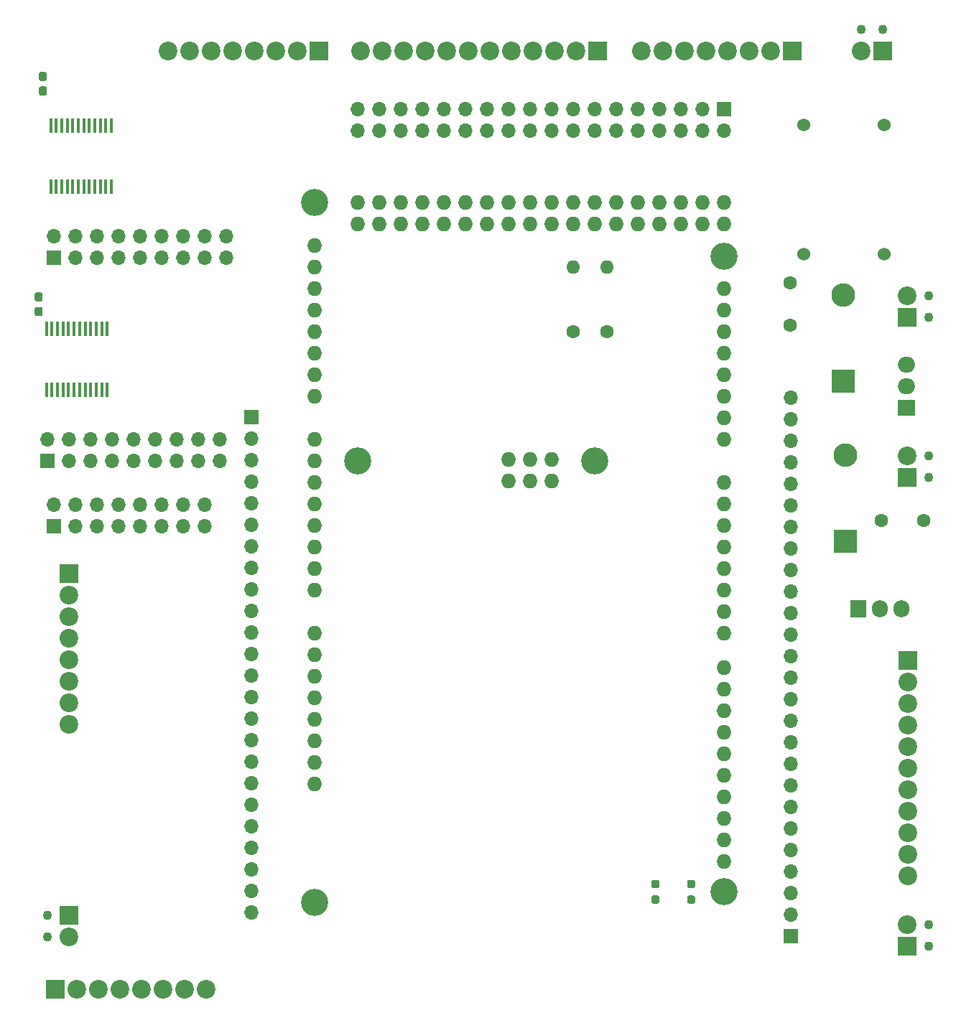
<source format=gbr>
%TF.GenerationSoftware,KiCad,Pcbnew,5.1.10-1.fc34*%
%TF.CreationDate,2021-08-02T19:45:02+02:00*%
%TF.ProjectId,domo_pool_hard,646f6d6f-5f70-46f6-9f6c-5f686172642e,rev?*%
%TF.SameCoordinates,Original*%
%TF.FileFunction,Soldermask,Top*%
%TF.FilePolarity,Negative*%
%FSLAX46Y46*%
G04 Gerber Fmt 4.6, Leading zero omitted, Abs format (unit mm)*
G04 Created by KiCad (PCBNEW 5.1.10-1.fc34) date 2021-08-02 19:45:02*
%MOMM*%
%LPD*%
G01*
G04 APERTURE LIST*
%ADD10O,1.727200X1.727200*%
%ADD11C,3.200000*%
%ADD12O,1.700000X1.700000*%
%ADD13R,1.700000X1.700000*%
%ADD14R,0.450000X1.750000*%
%ADD15C,1.524000*%
%ADD16O,1.600000X1.600000*%
%ADD17C,1.600000*%
%ADD18O,1.905000X2.000000*%
%ADD19R,1.905000X2.000000*%
%ADD20O,2.000000X1.905000*%
%ADD21R,2.000000X1.905000*%
%ADD22C,2.200000*%
%ADD23R,2.200000X2.200000*%
%ADD24C,1.100000*%
%ADD25O,2.800000X2.800000*%
%ADD26R,2.800000X2.800000*%
G04 APERTURE END LIST*
D10*
%TO.C,XA1*%
X94480000Y-112373000D03*
X71620000Y-79480000D03*
X71620000Y-82020000D03*
X74160000Y-79480000D03*
X74160000Y-82020000D03*
X76700000Y-79480000D03*
X76700000Y-82020000D03*
X79240000Y-79480000D03*
X79240000Y-82020000D03*
X81780000Y-79480000D03*
X81780000Y-82020000D03*
X84320000Y-79480000D03*
X84320000Y-82020000D03*
X86860000Y-79480000D03*
X86860000Y-82020000D03*
X89400000Y-79480000D03*
X89400000Y-82020000D03*
X91940000Y-79480000D03*
X91940000Y-82020000D03*
X94480000Y-79480000D03*
X94480000Y-82020000D03*
X97020000Y-79480000D03*
X97020000Y-82020000D03*
X99560000Y-79480000D03*
X99560000Y-82020000D03*
X102100000Y-79480000D03*
X102100000Y-82020000D03*
X104640000Y-79480000D03*
X104640000Y-82020000D03*
X107180000Y-79480000D03*
X107180000Y-82020000D03*
X109720000Y-79480000D03*
X109720000Y-82020000D03*
X112260000Y-79480000D03*
X112260000Y-82020000D03*
X114800000Y-79480000D03*
X114800000Y-82020000D03*
X66540000Y-84560000D03*
X66540000Y-87100000D03*
X66540000Y-89640000D03*
X66540000Y-92180000D03*
X66540000Y-94720000D03*
X66540000Y-97260000D03*
X66540000Y-99800000D03*
X66540000Y-102340000D03*
X66540000Y-107420000D03*
X66540000Y-109960000D03*
X66540000Y-112500000D03*
X66540000Y-115040000D03*
X66540000Y-117580000D03*
X66540000Y-120120000D03*
X66540000Y-122660000D03*
X66540000Y-148060000D03*
X114800000Y-141964000D03*
X114800000Y-144504000D03*
X114800000Y-147044000D03*
X114800000Y-152124000D03*
X114800000Y-154664000D03*
X114800000Y-157204000D03*
D11*
X66540000Y-162030000D03*
X66540000Y-79480000D03*
X114800000Y-160760000D03*
X114800000Y-85830000D03*
X99560000Y-109960000D03*
X71620000Y-109960000D03*
D10*
X114800000Y-139424000D03*
X114800000Y-136884000D03*
X114800000Y-134344000D03*
X114800000Y-149584000D03*
X114800000Y-130280000D03*
X114800000Y-127740000D03*
X114800000Y-125200000D03*
X114800000Y-122660000D03*
X114800000Y-120120000D03*
X114800000Y-117580000D03*
X114800000Y-115040000D03*
X114800000Y-112500000D03*
X114800000Y-107420000D03*
X114800000Y-104880000D03*
X114800000Y-102340000D03*
X114800000Y-99800000D03*
X114800000Y-97260000D03*
X114800000Y-94720000D03*
X114800000Y-92180000D03*
X114800000Y-89640000D03*
X66540000Y-145520000D03*
X66540000Y-142980000D03*
X66540000Y-140440000D03*
X66540000Y-137900000D03*
X66540000Y-135360000D03*
X66540000Y-132820000D03*
X66540000Y-130280000D03*
X66540000Y-125200000D03*
X94480000Y-109833000D03*
X91940000Y-112373000D03*
X91940000Y-109833000D03*
X89400000Y-109833000D03*
X89400000Y-112373000D03*
%TD*%
D12*
%TO.C,J17*%
X53580000Y-115160000D03*
X53580000Y-117700000D03*
X51040000Y-115160000D03*
X51040000Y-117700000D03*
X48500000Y-115160000D03*
X48500000Y-117700000D03*
X45960000Y-115160000D03*
X45960000Y-117700000D03*
X43420000Y-115160000D03*
X43420000Y-117700000D03*
X40880000Y-115160000D03*
X40880000Y-117700000D03*
X38340000Y-115160000D03*
X38340000Y-117700000D03*
X35800000Y-115160000D03*
D13*
X35800000Y-117700000D03*
%TD*%
D14*
%TO.C,U3*%
X34925000Y-101600000D03*
X35575000Y-101600000D03*
X36225000Y-101600000D03*
X36875000Y-101600000D03*
X37525000Y-101600000D03*
X38175000Y-101600000D03*
X38825000Y-101600000D03*
X39475000Y-101600000D03*
X40125000Y-101600000D03*
X40775000Y-101600000D03*
X41425000Y-101600000D03*
X42075000Y-101600000D03*
X42075000Y-94400000D03*
X41425000Y-94400000D03*
X40775000Y-94400000D03*
X40125000Y-94400000D03*
X39475000Y-94400000D03*
X38825000Y-94400000D03*
X38175000Y-94400000D03*
X37525000Y-94400000D03*
X36875000Y-94400000D03*
X36225000Y-94400000D03*
X35575000Y-94400000D03*
X34925000Y-94400000D03*
%TD*%
%TO.C,U2*%
X35425000Y-70400000D03*
X36075000Y-70400000D03*
X36725000Y-70400000D03*
X37375000Y-70400000D03*
X38025000Y-70400000D03*
X38675000Y-70400000D03*
X39325000Y-70400000D03*
X39975000Y-70400000D03*
X40625000Y-70400000D03*
X41275000Y-70400000D03*
X41925000Y-70400000D03*
X42575000Y-70400000D03*
X42575000Y-77600000D03*
X41925000Y-77600000D03*
X41275000Y-77600000D03*
X40625000Y-77600000D03*
X39975000Y-77600000D03*
X39325000Y-77600000D03*
X38675000Y-77600000D03*
X38025000Y-77600000D03*
X37375000Y-77600000D03*
X36725000Y-77600000D03*
X36075000Y-77600000D03*
X35425000Y-77600000D03*
%TD*%
D15*
%TO.C,U1*%
X133695000Y-85555000D03*
X124170000Y-85555000D03*
X124170000Y-70315000D03*
X133695000Y-70315000D03*
%TD*%
D16*
%TO.C,R2*%
X97000000Y-87080000D03*
D17*
X97000000Y-94700000D03*
%TD*%
D16*
%TO.C,R1*%
X101000000Y-87080000D03*
D17*
X101000000Y-94700000D03*
%TD*%
D18*
%TO.C,Q2*%
X135680000Y-127400000D03*
X133140000Y-127400000D03*
D19*
X130600000Y-127400000D03*
%TD*%
D20*
%TO.C,Q1*%
X136300000Y-98620000D03*
X136300000Y-101160000D03*
D21*
X136300000Y-103700000D03*
%TD*%
D12*
%TO.C,J16*%
X55320000Y-107460000D03*
X55320000Y-110000000D03*
X52780000Y-107460000D03*
X52780000Y-110000000D03*
X50240000Y-107460000D03*
X50240000Y-110000000D03*
X47700000Y-107460000D03*
X47700000Y-110000000D03*
X45160000Y-107460000D03*
X45160000Y-110000000D03*
X42620000Y-107460000D03*
X42620000Y-110000000D03*
X40080000Y-107460000D03*
X40080000Y-110000000D03*
X37540000Y-107460000D03*
X37540000Y-110000000D03*
X35000000Y-107460000D03*
D13*
X35000000Y-110000000D03*
%TD*%
D12*
%TO.C,J15*%
X56120000Y-83460000D03*
X56120000Y-86000000D03*
X53580000Y-83460000D03*
X53580000Y-86000000D03*
X51040000Y-83460000D03*
X51040000Y-86000000D03*
X48500000Y-83460000D03*
X48500000Y-86000000D03*
X45960000Y-83460000D03*
X45960000Y-86000000D03*
X43420000Y-83460000D03*
X43420000Y-86000000D03*
X40880000Y-83460000D03*
X40880000Y-86000000D03*
X38340000Y-83460000D03*
X38340000Y-86000000D03*
X35800000Y-83460000D03*
D13*
X35800000Y-86000000D03*
%TD*%
D22*
%TO.C,J14*%
X136500000Y-158900000D03*
X136500000Y-156360000D03*
X136500000Y-153820000D03*
X136500000Y-151280000D03*
X136500000Y-148740000D03*
X136500000Y-146200000D03*
X136500000Y-143660000D03*
X136500000Y-141120000D03*
X136500000Y-138580000D03*
X136500000Y-136040000D03*
D23*
X136500000Y-133500000D03*
%TD*%
D24*
%TO.C,J13*%
X138940000Y-164660000D03*
D22*
X136400000Y-164660000D03*
D24*
X138940000Y-167200000D03*
D23*
X136400000Y-167200000D03*
%TD*%
D22*
%TO.C,J12*%
X71960000Y-61600000D03*
X74500000Y-61600000D03*
X77040000Y-61600000D03*
X79580000Y-61600000D03*
X82120000Y-61600000D03*
X84660000Y-61600000D03*
X87200000Y-61600000D03*
X89740000Y-61600000D03*
X92280000Y-61600000D03*
X94820000Y-61600000D03*
X97360000Y-61600000D03*
D23*
X99900000Y-61600000D03*
%TD*%
D12*
%TO.C,J11*%
X122700000Y-102520000D03*
X122700000Y-105060000D03*
X122700000Y-107600000D03*
X122700000Y-110140000D03*
X122700000Y-112680000D03*
X122700000Y-115220000D03*
X122700000Y-117760000D03*
X122700000Y-120300000D03*
X122700000Y-122840000D03*
X122700000Y-125380000D03*
X122700000Y-127920000D03*
X122700000Y-130460000D03*
X122700000Y-133000000D03*
X122700000Y-135540000D03*
X122700000Y-138080000D03*
X122700000Y-140620000D03*
X122700000Y-143160000D03*
X122700000Y-145700000D03*
X122700000Y-148240000D03*
X122700000Y-150780000D03*
X122700000Y-153320000D03*
X122700000Y-155860000D03*
X122700000Y-158400000D03*
X122700000Y-160940000D03*
X122700000Y-163480000D03*
D13*
X122700000Y-166020000D03*
%TD*%
D22*
%TO.C,J10*%
X53780000Y-172300000D03*
X51240000Y-172300000D03*
X48700000Y-172300000D03*
X46160000Y-172300000D03*
X43620000Y-172300000D03*
X41080000Y-172300000D03*
X38540000Y-172300000D03*
D23*
X36000000Y-172300000D03*
%TD*%
D24*
%TO.C,J9*%
X35060000Y-166140000D03*
D22*
X37600000Y-166140000D03*
D24*
X35060000Y-163600000D03*
D23*
X37600000Y-163600000D03*
%TD*%
D22*
%TO.C,J8*%
X105020000Y-61600000D03*
X107560000Y-61600000D03*
X110100000Y-61600000D03*
X112640000Y-61600000D03*
X115180000Y-61600000D03*
X117720000Y-61600000D03*
X120260000Y-61600000D03*
D23*
X122800000Y-61600000D03*
%TD*%
D22*
%TO.C,J7*%
X49220000Y-61600000D03*
X51760000Y-61600000D03*
X54300000Y-61600000D03*
X56840000Y-61600000D03*
X59380000Y-61600000D03*
X61920000Y-61600000D03*
X64460000Y-61600000D03*
D23*
X67000000Y-61600000D03*
%TD*%
D24*
%TO.C,J6*%
X138940000Y-109360000D03*
D22*
X136400000Y-109360000D03*
D24*
X138940000Y-111900000D03*
D23*
X136400000Y-111900000D03*
%TD*%
D24*
%TO.C,J5*%
X138940000Y-90500000D03*
D22*
X136400000Y-90500000D03*
D24*
X138940000Y-93040000D03*
D23*
X136400000Y-93040000D03*
%TD*%
D22*
%TO.C,J4*%
X37600000Y-141080000D03*
X37600000Y-138540000D03*
X37600000Y-136000000D03*
X37600000Y-133460000D03*
X37600000Y-130920000D03*
X37600000Y-128380000D03*
X37600000Y-125840000D03*
D23*
X37600000Y-123300000D03*
%TD*%
D12*
%TO.C,J3*%
X71620000Y-71040000D03*
X71620000Y-68500000D03*
X74160000Y-71040000D03*
X74160000Y-68500000D03*
X76700000Y-71040000D03*
X76700000Y-68500000D03*
X79240000Y-71040000D03*
X79240000Y-68500000D03*
X81780000Y-71040000D03*
X81780000Y-68500000D03*
X84320000Y-71040000D03*
X84320000Y-68500000D03*
X86860000Y-71040000D03*
X86860000Y-68500000D03*
X89400000Y-71040000D03*
X89400000Y-68500000D03*
X91940000Y-71040000D03*
X91940000Y-68500000D03*
X94480000Y-71040000D03*
X94480000Y-68500000D03*
X97020000Y-71040000D03*
X97020000Y-68500000D03*
X99560000Y-71040000D03*
X99560000Y-68500000D03*
X102100000Y-71040000D03*
X102100000Y-68500000D03*
X104640000Y-71040000D03*
X104640000Y-68500000D03*
X107180000Y-71040000D03*
X107180000Y-68500000D03*
X109720000Y-71040000D03*
X109720000Y-68500000D03*
X112260000Y-71040000D03*
X112260000Y-68500000D03*
X114800000Y-71040000D03*
D13*
X114800000Y-68500000D03*
%TD*%
D12*
%TO.C,J2*%
X59100000Y-163220000D03*
X59100000Y-160680000D03*
X59100000Y-158140000D03*
X59100000Y-155600000D03*
X59100000Y-153060000D03*
X59100000Y-150520000D03*
X59100000Y-147980000D03*
X59100000Y-145440000D03*
X59100000Y-142900000D03*
X59100000Y-140360000D03*
X59100000Y-137820000D03*
X59100000Y-135280000D03*
X59100000Y-132740000D03*
X59100000Y-130200000D03*
X59100000Y-127660000D03*
X59100000Y-125120000D03*
X59100000Y-122580000D03*
X59100000Y-120040000D03*
X59100000Y-117500000D03*
X59100000Y-114960000D03*
X59100000Y-112420000D03*
X59100000Y-109880000D03*
X59100000Y-107340000D03*
D13*
X59100000Y-104800000D03*
%TD*%
D24*
%TO.C,J1*%
X130960000Y-59060000D03*
D22*
X130960000Y-61600000D03*
D24*
X133500000Y-59060000D03*
D23*
X133500000Y-61600000D03*
%TD*%
D25*
%TO.C,D2*%
X129100000Y-109340000D03*
D26*
X129100000Y-119500000D03*
%TD*%
D25*
%TO.C,D1*%
X128800000Y-90440000D03*
D26*
X128800000Y-100600000D03*
%TD*%
%TO.C,C4*%
G36*
G01*
X34737500Y-65175000D02*
X34262500Y-65175000D01*
G75*
G02*
X34025000Y-64937500I0J237500D01*
G01*
X34025000Y-64337500D01*
G75*
G02*
X34262500Y-64100000I237500J0D01*
G01*
X34737500Y-64100000D01*
G75*
G02*
X34975000Y-64337500I0J-237500D01*
G01*
X34975000Y-64937500D01*
G75*
G02*
X34737500Y-65175000I-237500J0D01*
G01*
G37*
G36*
G01*
X34737500Y-66900000D02*
X34262500Y-66900000D01*
G75*
G02*
X34025000Y-66662500I0J237500D01*
G01*
X34025000Y-66062500D01*
G75*
G02*
X34262500Y-65825000I237500J0D01*
G01*
X34737500Y-65825000D01*
G75*
G02*
X34975000Y-66062500I0J-237500D01*
G01*
X34975000Y-66662500D01*
G75*
G02*
X34737500Y-66900000I-237500J0D01*
G01*
G37*
%TD*%
%TO.C,C3*%
G36*
G01*
X34237500Y-91175000D02*
X33762500Y-91175000D01*
G75*
G02*
X33525000Y-90937500I0J237500D01*
G01*
X33525000Y-90337500D01*
G75*
G02*
X33762500Y-90100000I237500J0D01*
G01*
X34237500Y-90100000D01*
G75*
G02*
X34475000Y-90337500I0J-237500D01*
G01*
X34475000Y-90937500D01*
G75*
G02*
X34237500Y-91175000I-237500J0D01*
G01*
G37*
G36*
G01*
X34237500Y-92900000D02*
X33762500Y-92900000D01*
G75*
G02*
X33525000Y-92662500I0J237500D01*
G01*
X33525000Y-92062500D01*
G75*
G02*
X33762500Y-91825000I237500J0D01*
G01*
X34237500Y-91825000D01*
G75*
G02*
X34475000Y-92062500I0J-237500D01*
G01*
X34475000Y-92662500D01*
G75*
G02*
X34237500Y-92900000I-237500J0D01*
G01*
G37*
%TD*%
D17*
%TO.C,C2*%
X138300000Y-117000000D03*
X133300000Y-117000000D03*
%TD*%
%TO.C,C1*%
X122600000Y-89000000D03*
X122600000Y-94000000D03*
%TD*%
%TO.C,10k2*%
G36*
G01*
X111137500Y-160375000D02*
X110662500Y-160375000D01*
G75*
G02*
X110425000Y-160137500I0J237500D01*
G01*
X110425000Y-159637500D01*
G75*
G02*
X110662500Y-159400000I237500J0D01*
G01*
X111137500Y-159400000D01*
G75*
G02*
X111375000Y-159637500I0J-237500D01*
G01*
X111375000Y-160137500D01*
G75*
G02*
X111137500Y-160375000I-237500J0D01*
G01*
G37*
G36*
G01*
X111137500Y-162200000D02*
X110662500Y-162200000D01*
G75*
G02*
X110425000Y-161962500I0J237500D01*
G01*
X110425000Y-161462500D01*
G75*
G02*
X110662500Y-161225000I237500J0D01*
G01*
X111137500Y-161225000D01*
G75*
G02*
X111375000Y-161462500I0J-237500D01*
G01*
X111375000Y-161962500D01*
G75*
G02*
X111137500Y-162200000I-237500J0D01*
G01*
G37*
%TD*%
%TO.C,10k1*%
G36*
G01*
X106937500Y-160375000D02*
X106462500Y-160375000D01*
G75*
G02*
X106225000Y-160137500I0J237500D01*
G01*
X106225000Y-159637500D01*
G75*
G02*
X106462500Y-159400000I237500J0D01*
G01*
X106937500Y-159400000D01*
G75*
G02*
X107175000Y-159637500I0J-237500D01*
G01*
X107175000Y-160137500D01*
G75*
G02*
X106937500Y-160375000I-237500J0D01*
G01*
G37*
G36*
G01*
X106937500Y-162200000D02*
X106462500Y-162200000D01*
G75*
G02*
X106225000Y-161962500I0J237500D01*
G01*
X106225000Y-161462500D01*
G75*
G02*
X106462500Y-161225000I237500J0D01*
G01*
X106937500Y-161225000D01*
G75*
G02*
X107175000Y-161462500I0J-237500D01*
G01*
X107175000Y-161962500D01*
G75*
G02*
X106937500Y-162200000I-237500J0D01*
G01*
G37*
%TD*%
M02*

</source>
